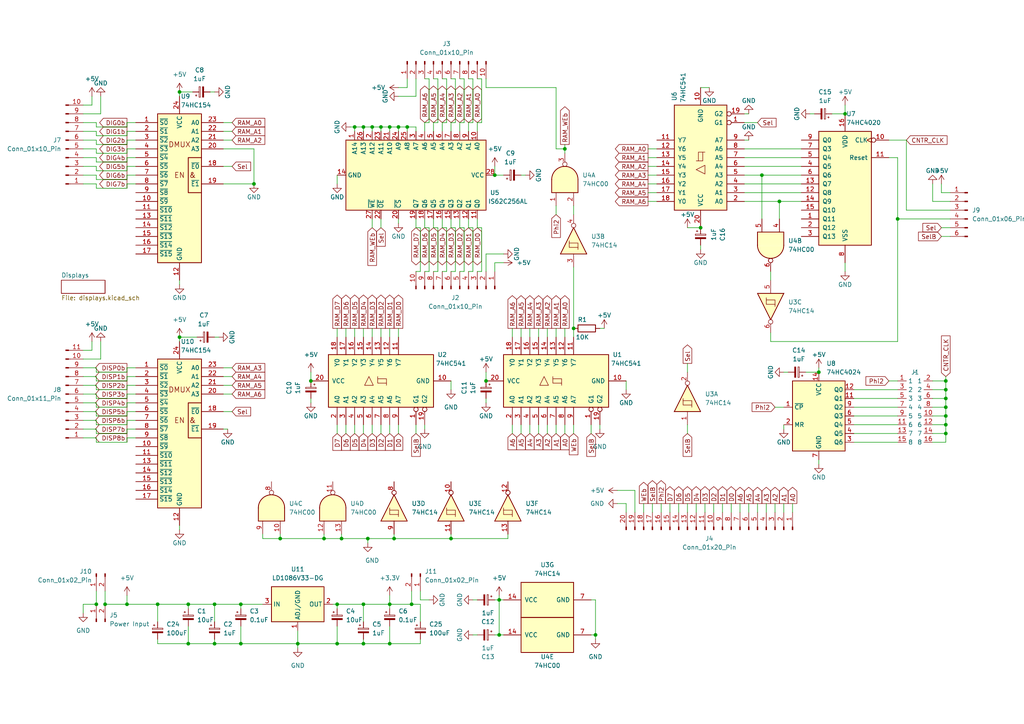
<source format=kicad_sch>
(kicad_sch (version 20231120) (generator "eeschema") (generator_version "8.0")
  (paper "A4")
  (junction (at 54.61 175.26))
  (junction (at 105.41 175.26))
  (junction (at 220.98 50.8))
  (junction (at 140.97 110.49))
  (junction (at 105.41 36.83))
  (junction (at 274.32 118.11))
  (junction (at 69.85 186.69))
  (junction (at 203.2 66.04))
  (junction (at 27.94 175.26))
  (junction (at 114.3 156.21))
  (junction (at 172.72 184.15))
  (junction (at 274.32 110.49))
  (junction (at 113.03 36.83))
  (junction (at 237.49 107.95))
  (junction (at 166.37 95.25))
  (junction (at 45.72 175.26))
  (junction (at 113.03 186.69))
  (junction (at 130.81 156.21))
  (junction (at 274.32 123.19))
  (junction (at 118.11 36.83))
  (junction (at 90.17 110.49))
  (junction (at 163.83 43.18))
  (junction (at 52.07 26.67))
  (junction (at 274.32 125.73))
  (junction (at 93.98 156.21))
  (junction (at 245.11 33.02))
  (junction (at 274.32 115.57))
  (junction (at 52.07 97.79))
  (junction (at 113.03 175.26))
  (junction (at 86.36 186.69))
  (junction (at 106.68 156.21))
  (junction (at 54.61 186.69))
  (junction (at 81.28 156.21))
  (junction (at 69.85 175.26))
  (junction (at 36.83 175.26))
  (junction (at 144.78 184.15))
  (junction (at 115.57 36.83))
  (junction (at 97.79 186.69))
  (junction (at 143.51 50.8))
  (junction (at 260.35 63.5))
  (junction (at 274.32 113.03))
  (junction (at 73.66 53.34))
  (junction (at 102.87 36.83))
  (junction (at 226.06 58.42))
  (junction (at 110.49 36.83))
  (junction (at 144.78 173.99))
  (junction (at 274.32 120.65))
  (junction (at 105.41 186.69))
  (junction (at 99.06 156.21))
  (junction (at 62.23 175.26))
  (junction (at 97.79 175.26))
  (junction (at 119.38 175.26))
  (junction (at 30.48 175.26))
  (junction (at 107.95 36.83))
  (junction (at 62.23 186.69))
  (wire (pts (xy 24.13 101.6) (xy 26.67 101.6)))
  (wire (pts (xy 134.62 66.04) (xy 134.62 78.74)))
  (wire (pts (xy 134.62 22.86) (xy 134.62 35.56)))
  (wire (pts (xy 144.78 184.15) (xy 146.05 184.15)))
  (wire (pts (xy 166.37 95.25) (xy 166.37 97.79)))
  (wire (pts (xy 132.08 35.56) (xy 130.81 35.56)))
  (wire (pts (xy 69.85 186.69) (xy 86.36 186.69)))
  (wire (pts (xy 67.31 119.38) (xy 64.77 119.38)))
  (wire (pts (xy 134.62 78.74) (xy 133.35 78.74)))
  (wire (pts (xy 76.2 156.21) (xy 81.28 156.21)))
  (wire (pts (xy 144.78 173.99) (xy 144.78 184.15)))
  (wire (pts (xy 223.52 96.52) (xy 223.52 99.06)))
  (wire (pts (xy 123.19 35.56) (xy 123.19 38.1)))
  (wire (pts (xy 270.51 113.03) (xy 274.32 113.03)))
  (wire (pts (xy 139.7 22.86) (xy 139.7 35.56)))
  (wire (pts (xy 134.62 35.56) (xy 133.35 35.56)))
  (wire (pts (xy 172.72 185.42) (xy 172.72 184.15)))
  (wire (pts (xy 191.77 146.05) (xy 191.77 148.59)))
  (wire (pts (xy 113.03 95.25) (xy 113.03 97.79)))
  (wire (pts (xy 114.3 156.21) (xy 106.68 156.21)))
  (wire (pts (xy 26.67 99.06) (xy 26.67 101.6)))
  (wire (pts (xy 113.03 172.72) (xy 113.03 175.26)))
  (wire (pts (xy 105.41 125.73) (xy 105.41 123.19)))
  (wire (pts (xy 144.78 172.72) (xy 144.78 173.99)))
  (wire (pts (xy 171.45 184.15) (xy 172.72 184.15)))
  (wire (pts (xy 54.61 186.69) (xy 62.23 186.69)))
  (wire (pts (xy 36.83 127) (xy 39.37 127)))
  (wire (pts (xy 64.77 43.18) (xy 73.66 43.18)))
  (wire (pts (xy 27.94 106.68) (xy 27.94 107.95)))
  (wire (pts (xy 139.7 35.56) (xy 138.43 35.56)))
  (wire (pts (xy 27.94 116.84) (xy 27.94 118.11)))
  (wire (pts (xy 260.35 63.5) (xy 275.59 63.5)))
  (wire (pts (xy 161.29 95.25) (xy 161.29 97.79)))
  (wire (pts (xy 143.51 48.26) (xy 143.51 50.8)))
  (wire (pts (xy 27.94 110.49) (xy 36.83 110.49)))
  (wire (pts (xy 26.67 27.94) (xy 26.67 30.48)))
  (wire (pts (xy 128.27 22.86) (xy 129.54 22.86)))
  (wire (pts (xy 24.13 121.92) (xy 27.94 121.92)))
  (wire (pts (xy 107.95 66.04) (xy 107.95 63.5)))
  (wire (pts (xy 181.61 148.59) (xy 181.61 146.05)))
  (wire (pts (xy 36.83 52.07) (xy 36.83 50.8)))
  (wire (pts (xy 27.94 50.8) (xy 27.94 52.07)))
  (wire (pts (xy 97.79 176.53) (xy 97.79 175.26)))
  (wire (pts (xy 187.96 58.42) (xy 190.5 58.42)))
  (wire (pts (xy 105.41 36.83) (xy 105.41 38.1)))
  (wire (pts (xy 29.21 99.06) (xy 29.21 104.14)))
  (wire (pts (xy 24.13 35.56) (xy 27.94 35.56)))
  (wire (pts (xy 270.51 128.27) (xy 274.32 128.27)))
  (wire (pts (xy 199.39 125.73) (xy 199.39 123.19)))
  (wire (pts (xy 123.19 22.86) (xy 124.46 22.86)))
  (wire (pts (xy 24.13 33.02) (xy 29.21 33.02)))
  (wire (pts (xy 99.06 154.94) (xy 99.06 156.21)))
  (wire (pts (xy 133.35 35.56) (xy 133.35 38.1)))
  (wire (pts (xy 133.35 22.86) (xy 134.62 22.86)))
  (wire (pts (xy 54.61 175.26) (xy 62.23 175.26)))
  (wire (pts (xy 217.17 146.05) (xy 217.17 148.59)))
  (wire (pts (xy 227.33 146.05) (xy 227.33 148.59)))
  (wire (pts (xy 36.83 48.26) (xy 39.37 48.26)))
  (wire (pts (xy 247.65 120.65) (xy 260.35 120.65)))
  (wire (pts (xy 27.94 107.95) (xy 36.83 107.95)))
  (wire (pts (xy 115.57 38.1) (xy 115.57 36.83)))
  (wire (pts (xy 123.19 66.04) (xy 123.19 63.5)))
  (wire (pts (xy 215.9 45.72) (xy 232.41 45.72)))
  (wire (pts (xy 115.57 25.4) (xy 118.11 25.4)))
  (wire (pts (xy 163.83 125.73) (xy 163.83 123.19)))
  (wire (pts (xy 114.3 154.94) (xy 114.3 156.21)))
  (wire (pts (xy 172.72 173.99) (xy 172.72 184.15)))
  (wire (pts (xy 146.05 50.8) (xy 143.51 50.8)))
  (wire (pts (xy 220.98 50.8) (xy 232.41 50.8)))
  (wire (pts (xy 67.31 109.22) (xy 64.77 109.22)))
  (wire (pts (xy 69.85 181.61) (xy 69.85 186.69)))
  (wire (pts (xy 45.72 175.26) (xy 54.61 175.26)))
  (wire (pts (xy 107.95 36.83) (xy 110.49 36.83)))
  (wire (pts (xy 81.28 156.21) (xy 93.98 156.21)))
  (wire (pts (xy 97.79 95.25) (xy 97.79 97.79)))
  (wire (pts (xy 137.16 35.56) (xy 135.89 35.56)))
  (wire (pts (xy 24.13 124.46) (xy 27.94 124.46)))
  (wire (pts (xy 27.94 38.1) (xy 27.94 39.37)))
  (wire (pts (xy 86.36 186.69) (xy 97.79 186.69)))
  (wire (pts (xy 219.71 146.05) (xy 219.71 148.59)))
  (wire (pts (xy 257.81 110.49) (xy 260.35 110.49)))
  (wire (pts (xy 110.49 38.1) (xy 110.49 36.83)))
  (wire (pts (xy 132.08 66.04) (xy 132.08 78.74)))
  (wire (pts (xy 121.92 173.99) (xy 124.46 173.99)))
  (wire (pts (xy 209.55 146.05) (xy 209.55 148.59)))
  (wire (pts (xy 27.94 118.11) (xy 36.83 118.11)))
  (wire (pts (xy 247.65 125.73) (xy 260.35 125.73)))
  (wire (pts (xy 45.72 175.26) (xy 45.72 180.34)))
  (wire (pts (xy 27.94 36.83) (xy 36.83 36.83)))
  (wire (pts (xy 120.65 125.73) (xy 120.65 123.19)))
  (wire (pts (xy 119.38 171.45) (xy 119.38 175.26)))
  (wire (pts (xy 123.19 124.46) (xy 123.19 123.19)))
  (wire (pts (xy 107.95 125.73) (xy 107.95 123.19)))
  (wire (pts (xy 101.6 36.83) (xy 102.87 36.83)))
  (wire (pts (xy 36.83 107.95) (xy 36.83 106.68)))
  (wire (pts (xy 27.94 120.65) (xy 36.83 120.65)))
  (wire (pts (xy 67.31 114.3) (xy 64.77 114.3)))
  (wire (pts (xy 86.36 186.69) (xy 86.36 187.96)))
  (wire (pts (xy 140.97 107.95) (xy 140.97 110.49)))
  (wire (pts (xy 125.73 66.04) (xy 125.73 63.5)))
  (wire (pts (xy 135.89 66.04) (xy 135.89 63.5)))
  (wire (pts (xy 127 22.86) (xy 127 35.56)))
  (wire (pts (xy 27.94 111.76) (xy 27.94 113.03)))
  (wire (pts (xy 143.51 78.74) (xy 143.51 76.2)))
  (wire (pts (xy 270.51 110.49) (xy 274.32 110.49)))
  (wire (pts (xy 30.48 171.45) (xy 30.48 175.26)))
  (wire (pts (xy 274.32 113.03) (xy 274.32 110.49)))
  (wire (pts (xy 105.41 95.25) (xy 105.41 97.79)))
  (wire (pts (xy 187.96 45.72) (xy 190.5 45.72)))
  (wire (pts (xy 69.85 186.69) (xy 62.23 186.69)))
  (wire (pts (xy 27.94 49.53) (xy 36.83 49.53)))
  (wire (pts (xy 45.72 185.42) (xy 45.72 186.69)))
  (wire (pts (xy 36.83 38.1) (xy 39.37 38.1)))
  (wire (pts (xy 133.35 66.04) (xy 133.35 63.5)))
  (wire (pts (xy 215.9 43.18) (xy 232.41 43.18)))
  (wire (pts (xy 73.66 43.18) (xy 73.66 53.34)))
  (wire (pts (xy 24.13 38.1) (xy 27.94 38.1)))
  (wire (pts (xy 27.94 119.38) (xy 27.94 120.65)))
  (wire (pts (xy 129.54 66.04) (xy 129.54 78.74)))
  (wire (pts (xy 121.92 180.34) (xy 121.92 175.26)))
  (wire (pts (xy 270.51 115.57) (xy 274.32 115.57)))
  (wire (pts (xy 181.61 110.49) (xy 181.61 113.03)))
  (wire (pts (xy 128.27 66.04) (xy 128.27 63.5)))
  (wire (pts (xy 27.94 128.27) (xy 36.83 128.27)))
  (wire (pts (xy 69.85 175.26) (xy 69.85 176.53)))
  (wire (pts (xy 158.75 125.73) (xy 158.75 123.19)))
  (wire (pts (xy 62.23 26.67) (xy 60.96 26.67)))
  (wire (pts (xy 224.79 118.11) (xy 227.33 118.11)))
  (wire (pts (xy 130.81 110.49) (xy 130.81 113.03)))
  (wire (pts (xy 115.57 125.73) (xy 115.57 123.19)))
  (wire (pts (xy 138.43 22.86) (xy 139.7 22.86)))
  (wire (pts (xy 217.17 40.64) (xy 215.9 40.64)))
  (wire (pts (xy 67.31 48.26) (xy 64.77 48.26)))
  (wire (pts (xy 245.11 78.74) (xy 245.11 76.2)))
  (wire (pts (xy 27.94 35.56) (xy 27.94 36.83)))
  (wire (pts (xy 120.65 38.1) (xy 120.65 36.83)))
  (wire (pts (xy 52.07 82.55) (xy 52.07 81.28)))
  (wire (pts (xy 133.35 66.04) (xy 134.62 66.04)))
  (wire (pts (xy 102.87 38.1) (xy 102.87 36.83)))
  (wire (pts (xy 203.2 72.39) (xy 203.2 71.12)))
  (wire (pts (xy 97.79 53.34) (xy 97.79 50.8)))
  (wire (pts (xy 179.07 142.24) (xy 184.15 142.24)))
  (wire (pts (xy 52.07 97.79) (xy 52.07 99.06)))
  (wire (pts (xy 139.7 66.04) (xy 139.7 78.74)))
  (wire (pts (xy 274.32 118.11) (xy 274.32 115.57)))
  (wire (pts (xy 275.59 58.42) (xy 270.51 58.42)))
  (wire (pts (xy 27.94 52.07) (xy 36.83 52.07)))
  (wire (pts (xy 199.39 105.41) (xy 199.39 107.95)))
  (wire (pts (xy 121.92 185.42) (xy 121.92 186.69)))
  (wire (pts (xy 27.94 121.92) (xy 27.94 123.19)))
  (wire (pts (xy 187.96 50.8) (xy 190.5 50.8)))
  (wire (pts (xy 130.81 35.56) (xy 130.81 38.1)))
  (wire (pts (xy 36.83 172.72) (xy 36.83 175.26)))
  (wire (pts (xy 115.57 27.94) (xy 120.65 27.94)))
  (wire (pts (xy 106.68 156.21) (xy 99.06 156.21)))
  (wire (pts (xy 137.16 78.74) (xy 135.89 78.74)))
  (wire (pts (xy 245.11 30.48) (xy 245.11 33.02)))
  (wire (pts (xy 36.83 123.19) (xy 36.83 121.92)))
  (wire (pts (xy 273.05 53.34) (xy 273.05 55.88)))
  (wire (pts (xy 27.94 109.22) (xy 27.94 110.49)))
  (wire (pts (xy 148.59 95.25) (xy 148.59 97.79)))
  (wire (pts (xy 106.68 157.48) (xy 106.68 156.21)))
  (wire (pts (xy 67.31 111.76) (xy 64.77 111.76)))
  (wire (pts (xy 36.83 45.72) (xy 39.37 45.72)))
  (wire (pts (xy 24.13 114.3) (xy 27.94 114.3)))
  (wire (pts (xy 173.99 124.46) (xy 173.99 123.19)))
  (wire (pts (xy 36.83 41.91) (xy 36.83 40.64)))
  (wire (pts (xy 81.28 154.94) (xy 81.28 156.21)))
  (wire (pts (xy 90.17 116.84) (xy 90.17 115.57)))
  (wire (pts (xy 36.83 53.34) (xy 39.37 53.34)))
  (wire (pts (xy 137.16 22.86) (xy 137.16 35.56)))
  (wire (pts (xy 24.13 175.26) (xy 27.94 175.26)))
  (wire (pts (xy 36.83 118.11) (xy 36.83 116.84)))
  (wire (pts (xy 110.49 36.83) (xy 113.03 36.83)))
  (wire (pts (xy 36.83 128.27) (xy 36.83 127)))
  (wire (pts (xy 137.16 66.04) (xy 137.16 78.74)))
  (wire (pts (xy 24.13 53.34) (xy 27.94 53.34)))
  (wire (pts (xy 140.97 116.84) (xy 140.97 115.57)))
  (wire (pts (xy 247.65 123.19) (xy 260.35 123.19)))
  (wire (pts (xy 234.95 33.02) (xy 236.22 33.02)))
  (wire (pts (xy 24.13 45.72) (xy 27.94 45.72)))
  (wire (pts (xy 121.92 186.69) (xy 113.03 186.69)))
  (wire (pts (xy 135.89 66.04) (xy 137.16 66.04)))
  (wire (pts (xy 143.51 173.99) (xy 144.78 173.99)))
  (wire (pts (xy 24.13 48.26) (xy 27.94 48.26)))
  (wire (pts (xy 224.79 146.05) (xy 224.79 148.59)))
  (wire (pts (xy 166.37 123.19) (xy 166.37 125.73)))
  (wire (pts (xy 129.54 35.56) (xy 128.27 35.56)))
  (wire (pts (xy 27.94 43.18) (xy 27.94 44.45)))
  (wire (pts (xy 274.32 128.27) (xy 274.32 125.73)))
  (wire (pts (xy 36.83 120.65) (xy 36.83 119.38)))
  (wire (pts (xy 275.59 55.88) (xy 273.05 55.88)))
  (wire (pts (xy 128.27 35.56) (xy 128.27 38.1)))
  (wire (pts (xy 151.13 95.25) (xy 151.13 97.79)))
  (wire (pts (xy 36.83 121.92) (xy 39.37 121.92)))
  (wire (pts (xy 105.41 175.26) (xy 105.41 180.34)))
  (wire (pts (xy 205.74 25.4) (xy 203.2 25.4)))
  (wire (pts (xy 171.45 173.99) (xy 172.72 173.99)))
  (wire (pts (xy 105.41 36.83) (xy 107.95 36.83)))
  (wire (pts (xy 214.63 146.05) (xy 214.63 148.59)))
  (wire (pts (xy 24.13 119.38) (xy 27.94 119.38)))
  (wire (pts (xy 138.43 35.56) (xy 138.43 38.1)))
  (wire (pts (xy 100.33 95.25) (xy 100.33 97.79)))
  (wire (pts (xy 119.38 175.26) (xy 113.03 175.26)))
  (wire (pts (xy 107.95 95.25) (xy 107.95 97.79)))
  (wire (pts (xy 115.57 36.83) (xy 118.11 36.83)))
  (wire (pts (xy 130.81 154.94) (xy 130.81 156.21)))
  (wire (pts (xy 36.83 44.45) (xy 36.83 43.18)))
  (wire (pts (xy 36.83 116.84) (xy 39.37 116.84)))
  (wire (pts (xy 275.59 60.96) (xy 262.89 60.96)))
  (wire (pts (xy 118.11 38.1) (xy 118.11 36.83)))
  (wire (pts (xy 52.07 97.79) (xy 57.15 97.79)))
  (wire (pts (xy 54.61 181.61) (xy 54.61 186.69)))
  (wire (pts (xy 137.16 173.99) (xy 138.43 173.99)))
  (wire (pts (xy 27.94 41.91) (xy 36.83 41.91)))
  (wire (pts (xy 36.83 40.64) (xy 39.37 40.64)))
  (wire (pts (xy 97.79 181.61) (xy 97.79 186.69)))
  (wire (pts (xy 156.21 95.25) (xy 156.21 97.79)))
  (wire (pts (xy 102.87 95.25) (xy 102.87 97.79)))
  (wire (pts (xy 274.32 123.19) (xy 274.32 120.65)))
  (wire (pts (xy 52.07 26.67) (xy 55.88 26.67)))
  (wire (pts (xy 102.87 125.73) (xy 102.87 123.19)))
  (wire (pts (xy 121.92 66.04) (xy 120.65 66.04)))
  (wire (pts (xy 110.49 95.25) (xy 110.49 97.79)))
  (wire (pts (xy 273.05 68.58) (xy 275.59 68.58)))
  (wire (pts (xy 105.41 175.26) (xy 113.03 175.26)))
  (wire (pts (xy 187.96 48.26) (xy 190.5 48.26)))
  (wire (pts (xy 36.83 115.57) (xy 36.83 114.3)))
  (wire (pts (xy 36.83 113.03) (xy 36.83 111.76)))
  (wire (pts (xy 247.65 115.57) (xy 260.35 115.57)))
  (wire (pts (xy 186.69 146.05) (xy 186.69 148.59)))
  (wire (pts (xy 124.46 35.56) (xy 123.19 35.56)))
  (wire (pts (xy 143.51 184.15) (xy 144.78 184.15)))
  (wire (pts (xy 147.32 154.94) (xy 147.32 156.21)))
  (wire (pts (xy 36.83 46.99) (xy 36.83 45.72)))
  (wire (pts (xy 222.25 146.05) (xy 222.25 148.59)))
  (wire (pts (xy 105.41 185.42) (xy 105.41 186.69)))
  (wire (pts (xy 27.94 53.34) (xy 27.94 54.61)))
  (wire (pts (xy 121.92 78.74) (xy 121.92 66.04)))
  (wire (pts (xy 93.98 154.94) (xy 93.98 156.21)))
  (wire (pts (xy 124.46 22.86) (xy 124.46 35.56)))
  (wire (pts (xy 132.08 78.74) (xy 130.81 78.74)))
  (wire (pts (xy 64.77 53.34) (xy 73.66 53.34)))
  (wire (pts (xy 27.94 114.3) (xy 27.94 115.57)))
  (wire (pts (xy 215.9 53.34) (xy 232.41 53.34)))
  (wire (pts (xy 199.39 146.05) (xy 199.39 148.59)))
  (wire (pts (xy 163.83 43.18) (xy 163.83 44.45)))
  (wire (pts (xy 27.94 44.45) (xy 36.83 44.45)))
  (wire (pts (xy 140.97 22.86) (xy 140.97 25.4)))
  (wire (pts (xy 36.83 50.8) (xy 39.37 50.8)))
  (wire (pts (xy 201.93 146.05) (xy 201.93 148.59)))
  (wire (pts (xy 113.03 186.69) (xy 105.41 186.69)))
  (wire (pts (xy 97.79 125.73) (xy 97.79 123.19)))
  (wire (pts (xy 121.92 175.26) (xy 119.38 175.26)))
  (wire (pts (xy 36.83 106.68) (xy 39.37 106.68)))
  (wire (pts (xy 187.96 55.88) (xy 190.5 55.88)))
  (wire (pts (xy 27.94 125.73) (xy 36.83 125.73)))
  (wire (pts (xy 127 66.04) (xy 127 78.74)))
  (wire (pts (xy 24.13 127) (xy 27.94 127)))
  (wire (pts (xy 138.43 66.04) (xy 138.43 63.5)))
  (wire (pts (xy 262.89 40.64) (xy 262.89 60.96)))
  (wire (pts (xy 27.94 113.03) (xy 36.83 113.03)))
  (wire (pts (xy 270.51 125.73) (xy 274.32 125.73)))
  (wire (pts (xy 199.39 66.04) (xy 203.2 66.04)))
  (wire (pts (xy 127 78.74) (xy 125.73 78.74)))
  (wire (pts (xy 274.32 125.73) (xy 274.32 123.19)))
  (wire (pts (xy 99.06 156.21) (xy 93.98 156.21)))
  (wire (pts (xy 36.83 175.26) (xy 45.72 175.26)))
  (wire (pts (xy 204.47 146.05) (xy 204.47 148.59)))
  (wire (pts (xy 158.75 95.25) (xy 158.75 97.79)))
  (wire (pts (xy 118.11 36.83) (xy 120.65 36.83)))
  (wire (pts (xy 36.83 125.73) (xy 36.83 124.46)))
  (wire (pts (xy 24.13 50.8) (xy 27.94 50.8)))
  (wire (pts (xy 247.65 118.11) (xy 260.35 118.11)))
  (wire (pts (xy 36.83 124.46) (xy 39.37 124.46)))
  (wire (pts (xy 63.5 97.79) (xy 62.23 97.79)))
  (wire (pts (xy 189.23 146.05) (xy 189.23 148.59)))
  (wire (pts (xy 27.94 123.19) (xy 36.83 123.19)))
  (wire (pts (xy 113.03 176.53) (xy 113.03 175.26)))
  (wire (pts (xy 102.87 36.83) (xy 105.41 36.83)))
  (wire (pts (xy 36.83 36.83) (xy 36.83 35.56)))
  (wire (pts (xy 140.97 25.4) (xy 161.29 25.4)))
  (wire (pts (xy 274.32 115.57) (xy 274.32 113.03)))
  (wire (pts (xy 161.29 125.73) (xy 161.29 123.19)))
  (wire (pts (xy 135.89 35.56) (xy 135.89 38.1)))
  (wire (pts (xy 24.13 116.84) (xy 27.94 116.84)))
  (wire (pts (xy 86.36 182.88) (xy 86.36 186.69)))
  (wire (pts (xy 270.51 118.11) (xy 274.32 118.11)))
  (wire (pts (xy 130.81 22.86) (xy 132.08 22.86)))
  (wire (pts (xy 171.45 125.73) (xy 171.45 123.19)))
  (wire (pts (xy 215.9 58.42) (xy 226.06 58.42)))
  (wire (pts (xy 152.4 50.8) (xy 151.13 50.8)))
  (wire (pts (xy 187.96 53.34) (xy 190.5 53.34)))
  (wire (pts (xy 36.83 43.18) (xy 39.37 43.18)))
  (wire (pts (xy 54.61 175.26) (xy 54.61 176.53)))
  (wire (pts (xy 215.9 50.8) (xy 220.98 50.8)))
  (wire (pts (xy 110.49 66.04) (xy 110.49 63.5)))
  (wire (pts (xy 27.94 171.45) (xy 27.94 175.26)))
  (wire (pts (xy 130.81 66.04) (xy 132.08 66.04)))
  (wire (pts (xy 226.06 58.42) (xy 226.06 63.5)))
  (wire (pts (xy 140.97 78.74) (xy 140.97 73.66)))
  (wire (pts (xy 161.29 62.23) (xy 161.29 59.69)))
  (wire (pts (xy 115.57 64.77) (xy 115.57 63.5)))
  (wire (pts (xy 147.32 156.21) (xy 130.81 156.21)))
  (wire (pts (xy 125.73 35.56) (xy 125.73 38.1)))
  (wire (pts (xy 260.35 45.72) (xy 257.81 45.72)))
  (wire (pts (xy 27.94 39.37) (xy 36.83 39.37)))
  (wire (pts (xy 29.21 27.94) (xy 29.21 33.02)))
  (wire (pts (xy 36.83 54.61) (xy 36.83 53.34)))
  (wire (pts (xy 227.33 124.46) (xy 227.33 123.19)))
  (wire (pts (xy 110.49 125.73) (xy 110.49 123.19)))
  (wire (pts (xy 137.16 184.15) (xy 138.43 184.15)))
  (wire (pts (xy 219.71 35.56) (xy 215.9 35.56)))
  (wire (pts (xy 132.08 22.86) (xy 132.08 35.56)))
  (wire (pts (xy 179.07 146.05) (xy 181.61 146.05)))
  (wire (pts (xy 67.31 35.56) (xy 64.77 35.56)))
  (wire (pts (xy 64.77 124.46) (xy 66.04 124.46)))
  (wire (pts (xy 24.13 109.22) (xy 27.94 109.22)))
  (wire (pts (xy 148.59 125.73) (xy 148.59 123.19)))
  (wire (pts (xy 24.13 30.48) (xy 26.67 30.48)))
  (wire (pts (xy 274.32 110.49) (xy 274.32 109.22)))
  (wire (pts (xy 227.33 107.95) (xy 228.6 107.95)))
  (wire (pts (xy 146.05 173.99) (xy 144.78 173.99)))
  (wire (pts (xy 124.46 66.04) (xy 124.46 78.74)))
  (wire (pts (xy 151.13 125.73) (xy 151.13 123.19)))
  (wire (pts (xy 223.52 99.06) (xy 260.35 99.06)))
  (wire (pts (xy 130.81 66.04) (xy 130.81 63.5)))
  (wire (pts (xy 163.83 95.25) (xy 163.83 97.79)))
  (wire (pts (xy 27.94 48.26) (xy 27.94 49.53)))
  (wire (pts (xy 105.41 186.69) (xy 97.79 186.69)))
  (wire (pts (xy 184.15 148.59) (xy 184.15 142.24)))
  (wire (pts (xy 139.7 78.74) (xy 138.43 78.74)))
  (wire (pts (xy 163.83 41.91) (xy 163.83 43.18)))
  (wire (pts (xy 270.51 120.65) (xy 274.32 120.65)))
  (wire (pts (xy 207.01 146.05) (xy 207.01 148.59)))
  (wire (pts (xy 113.03 181.61) (xy 113.03 186.69)))
  (wire (pts (xy 36.83 119.38) (xy 39.37 119.38)))
  (wire (pts (xy 36.83 175.26) (xy 30.48 175.26)))
  (wire (pts (xy 113.03 38.1) (xy 113.03 36.83)))
  (wire (pts (xy 273.05 66.04) (xy 275.59 66.04)))
  (wire (pts (xy 237.49 106.68) (xy 237.49 107.95)))
  (wire (pts (xy 229.87 146.05) (xy 229.87 148.59)))
  (wire (pts (xy 247.65 113.03) (xy 260.35 113.03)))
  (wire (pts (xy 24.13 43.18) (xy 27.94 43.18)))
  (wire (pts (xy 161.29 43.18) (xy 163.83 43.18)))
  (wire (pts (xy 96.52 175.26) (xy 97.79 175.26)))
  (wire (pts (xy 233.68 107.95) (xy 237.49 107.95)))
  (wire (pts (xy 27.94 54.61) (xy 36.83 54.61)))
  (wire (pts (xy 24.13 106.68) (xy 27.94 106.68)))
  (wire (pts (xy 153.67 95.25) (xy 153.67 97.79)))
  (wire (pts (xy 36.83 111.76) (xy 39.37 111.76)))
  (wire (pts (xy 121.92 171.45) (xy 121.92 173.99)))
  (wire (pts (xy 129.54 78.74) (xy 128.27 78.74)))
  (wire (pts (xy 212.09 146.05) (xy 212.09 148.59)))
  (wire (pts (xy 62.23 175.26) (xy 62.23 180.34)))
  (wire (pts (xy 223.52 81.28) (xy 223.52 78.74)))
  (wire (pts (xy 135.89 22.86) (xy 137.16 22.86)))
  (wire (pts (xy 107.95 38.1) (xy 107.95 36.83)))
  (wire (pts (xy 241.3 33.02) (xy 245.11 33.02)))
  (wire (pts (xy 24.13 40.64) (xy 27.94 40.64)))
  (wire (pts (xy 270.51 123.19) (xy 274.32 123.19)))
  (wire (pts (xy 120.65 78.74) (xy 121.92 78.74)))
  (wire (pts (xy 161.29 25.4) (xy 161.29 43.18)))
  (wire (pts (xy 270.51 53.34) (xy 270.51 58.42)))
  (wire (pts (xy 36.83 35.56) (xy 39.37 35.56)))
  (wire (pts (xy 153.67 125.73) (xy 153.67 123.19)))
  (wire (pts (xy 220.98 50.8) (xy 220.98 63.5)))
  (wire (pts (xy 123.19 66.04) (xy 124.46 66.04)))
  (wire (pts (xy 194.31 146.05) (xy 194.31 148.59)))
  (wire (pts (xy 113.03 36.83) (xy 115.57 36.83)))
  (wire (pts (xy 143.51 76.2) (xy 146.05 76.2)))
  (wire (pts (xy 24.13 177.8) (xy 24.13 175.26)))
  (wire (pts (xy 247.65 128.27) (xy 260.35 128.27)))
  (wire (pts (xy 156.21 125.73) (xy 156.21 123.19)))
  (wire (pts (xy 67.31 40.64) (xy 64.77 40.64)))
  (wire (pts (xy 217.17 33.02) (xy 215.9 33.02)))
  (wire (pts (xy 24.13 104.14) (xy 29.21 104.14)))
  (wire (pts (xy 118.11 22.86) (xy 118.11 25.4)))
  (wire (pts (xy 124.46 78.74) (xy 123.19 78.74)))
  (wire (pts (xy 67.31 106.68) (xy 64.77 106.68)))
  (wire (pts (xy 128.27 66.04) (xy 129.54 66.04)))
  (wire (pts (xy 215.9 48.26) (xy 232.41 48.26)))
  (wire (pts (xy 45.72 186.69) (xy 54.61 186.69)))
  (wire (pts (xy 27.94 127) (xy 27.94 128.27)))
  (wire (pts (xy 125.73 66.04) (xy 127 66.04)))
  (wire (pts (xy 260.35 99.06) (xy 260.35 63.5)))
  (wire (pts (xy 262.89 40.64) (xy 257.81 40.64)))
  (wire (pts (xy 100.33 125.73) (xy 100.33 123.19)))
  (wire (pts (xy 127 35.56) (xy 125.73 35.56)))
  (wire (pts (xy 115.57 95.25) (xy 115.57 97.79)))
  (wire (pts (xy 36.83 114.3) (xy 39.37 114.3)))
  (wire (pts (xy 113.03 125.73) (xy 113.03 123.19)))
  (wire (pts (xy 69.85 175.26) (xy 76.2 175.26)))
  (wire (pts (xy 130.81 156.21) (xy 114.3 156.21)))
  (wire (pts (xy 52.07 153.67) (xy 52.07 152.4)))
  (wire (pts (xy 62.23 185.42) (xy 62.23 186.69)))
  (wire (pts (xy 140.97 73.66) (xy 146.05 73.66)))
  (wire (pts (xy 187.96 43.18) (xy 190.5 43.18)))
  (wire (pts (xy 27.94 46.99) (xy 36.83 46.99)))
  (wire (pts (xy 166.37 59.69) (xy 166.37 62.23)))
  (wire (pts (xy 215.9 55.88) (xy 232.41 55.88)))
  (wire (pts (xy 120.65 22.86) (xy 120.65 27.94)))
  (wire (pts (xy 36.83 39.37) (xy 36.83 38.1)))
  (wire (pts (xy 125.73 22.86) (xy 127 22.86)))
  (wire (pts (xy 52.07 26.67) (xy 52.07 27.94)))
  (wire (pts (xy 62.23 175.26) (xy 69.85 175.26)))
  (wire (pts (xy 260.35 63.5) (xy 260.35 45.72)))
  (wire (pts (xy 129.54 22.86) (xy 129.54 35.56)))
  (wire (pts (xy 175.26 95.25) (xy 173.99 95.25)))
  (wire (pts (xy 138.43 66.04) (xy 139.7 66.04)))
  (wire (pts (xy 274.32 120.65) (xy 274.32 118.11)))
  (wire (pts (xy 36.83 110.49) (xy 36.83 109.22)))
  (wire (pts (xy 237.49 134.62) (xy 237.49 133.35)))
  (wire (pts (xy 67.31 38.1) (xy 64.77 38.1)))
  (wire (pts (xy 24.13 111.76) (xy 27.94 111.76)))
  (wire (pts (xy 76.2 154.94) (xy 76.2 156.21)))
  (wire (pts (xy 97.79 175.26) (xy 105.41 175.26)))
  (wire (pts (xy 27.94 45.72) (xy 27.94 46.99)))
  (wire (pts (xy 36.83 49.53) (xy 36.83 48.26)))
  (wire (pts (xy 166.37 77.47) (xy 166.37 95.25)))
  (wire (pts (xy 90.17 107.95) (xy 90.17 110.49)))
  (wire (pts (xy 27.94 124.46) (xy 27.94 125.73)))
  (wire (pts (xy 27.94 115.57) (xy 36.83 115.57)))
  (wire (pts (xy 226.06 58.42) (xy 232.41 58.42)))
  (wire (pts (xy 27.94 40.64) (xy 27.94 41.91)))
  (wire (pts (xy 120.65 66.04) (xy 120.65 63.5)))
  (wire (pts (xy 36.83 109.22) (xy 39.37 109.22)))
  (wire (pts (xy 196.85 146.05) (xy 196.85 148.59)))
  (global_label "RAM_WEb" (shape output) (at 163.83 41.91 90) (property "Intersheetrefs" "${INTERSHEET_REFS}" (effects (hide yes))))
  (global_label "Phi2" (shape input) (at 161.29 62.23 270) (property "Intersheetrefs" "${INTERSHEET_REFS}" (effects (hide yes))))
  (global_label "RAM_A3" (shape output) (at 187.96 50.8 180) (property "Intersheetrefs" "${INTERSHEET_REFS}" (effects (hide yes))))
  (global_label "SelB" (shape input) (at 273.05 68.58 180) (property "Intersheetrefs" "${INTERSHEET_REFS}" (effects (hide yes))))
  (global_label "RAM_A1" (shape input) (at 67.31 38.1 0) (property "Intersheetrefs" "${INTERSHEET_REFS}" (effects (hide yes))))
  (global_label "Sel" (shape input) (at 273.05 66.04 180) (property "Intersheetrefs" "${INTERSHEET_REFS}" (effects (hide yes))))
  (global_label "RAM_D1" (shape output) (at 113.03 95.25 90) (property "Intersheetrefs" "${INTERSHEET_REFS}" (effects (hide yes))))
  (global_label "RAM_A4" (shape output) (at 187.96 53.34 180) (property "Intersheetrefs" "${INTERSHEET_REFS}" (effects (hide yes))))
  (global_label "Sel" (shape input) (at 219.71 35.56 0) (property "Intersheetrefs" "${INTERSHEET_REFS}" (effects (hide yes))))
  (global_label "D1" (shape input) (at 113.03 125.73 270) (property "Intersheetrefs" "${INTERSHEET_REFS}" (effects (hide yes))))
  (global_label "RAM_D4" (shape output) (at 105.41 95.25 90) (property "Intersheetrefs" "${INTERSHEET_REFS}" (effects (hide yes))))
  (global_label "D4" (shape output) (at 201.93 146.05 90) (property "Intersheetrefs" "${INTERSHEET_REFS}" (effects (hide yes))))
  (global_label "RAM_D3" (shape bidirectional) (at 130.81 66.04 270) (property "Intersheetrefs" "${INTERSHEET_REFS}" (effects (hide yes))))
  (global_label "A1" (shape input) (at 161.29 125.73 270) (property "Intersheetrefs" "${INTERSHEET_REFS}" (effects (hide yes))))
  (global_label "A5" (shape input) (at 151.13 125.73 270) (property "Intersheetrefs" "${INTERSHEET_REFS}" (effects (hide yes))))
  (global_label "RAM_A2" (shape output) (at 187.96 48.26 180) (property "Intersheetrefs" "${INTERSHEET_REFS}" (effects (hide yes))))
  (global_label "RAM_D0" (shape bidirectional) (at 138.43 66.04 270) (property "Intersheetrefs" "${INTERSHEET_REFS}" (effects (hide yes))))
  (global_label "D7" (shape output) (at 194.31 146.05 90) (property "Intersheetrefs" "${INTERSHEET_REFS}" (effects (hide yes))))
  (global_label "RAM_A1" (shape output) (at 161.29 95.25 90) (property "Intersheetrefs" "${INTERSHEET_REFS}" (effects (hide yes))))
  (global_label "DISP7b" (shape output) (at 36.83 124.46 180) (property "Intersheetrefs" "${INTERSHEET_REFS}" (effects (hide yes))))
  (global_label "A2" (shape input) (at 158.75 125.73 270) (property "Intersheetrefs" "${INTERSHEET_REFS}" (effects (hide yes))))
  (global_label "DISP1b" (shape output) (at 36.83 109.22 180) (property "Intersheetrefs" "${INTERSHEET_REFS}" (effects (hide yes))))
  (global_label "RAM_D5" (shape output) (at 102.87 95.25 90) (property "Intersheetrefs" "${INTERSHEET_REFS}" (effects (hide yes))))
  (global_label "RAM_A2" (shape bidirectional) (at 133.35 35.56 90) (property "Intersheetrefs" "${INTERSHEET_REFS}" (effects (hide yes))))
  (global_label "RAM_A6" (shape input) (at 67.31 114.3 0) (property "Intersheetrefs" "${INTERSHEET_REFS}" (effects (hide yes))))
  (global_label "D2" (shape output) (at 207.01 146.05 90) (property "Intersheetrefs" "${INTERSHEET_REFS}" (effects (hide yes))))
  (global_label "RAM_D4" (shape bidirectional) (at 128.27 66.04 270) (property "Intersheetrefs" "${INTERSHEET_REFS}" (effects (hide yes))))
  (global_label "Sel" (shape output) (at 199.39 105.41 90) (property "Intersheetrefs" "${INTERSHEET_REFS}" (effects (hide yes))))
  (global_label "RAM_A6" (shape bidirectional) (at 123.19 35.56 90) (property "Intersheetrefs" "${INTERSHEET_REFS}" (effects (hide yes))))
  (global_label "RAM_A0" (shape input) (at 67.31 35.56 0) (property "Intersheetrefs" "${INTERSHEET_REFS}" (effects (hide yes))))
  (global_label "Sel" (shape input) (at 67.31 48.26 0) (property "Intersheetrefs" "${INTERSHEET_REFS}" (effects (hide yes))))
  (global_label "D1" (shape output) (at 209.55 146.05 90) (property "Intersheetrefs" "${INTERSHEET_REFS}" (effects (hide yes))))
  (global_label "RAM_A0" (shape output) (at 187.96 43.18 180) (property "Intersheetrefs" "${INTERSHEET_REFS}" (effects (hide yes))))
  (global_label "D5" (shape input) (at 102.87 125.73 270) (property "Intersheetrefs" "${INTERSHEET_REFS}" (effects (hide yes))))
  (global_label "DISP0b" (shape output) (at 36.83 106.68 180) (property "Intersheetrefs" "${INTERSHEET_REFS}" (effects (hide yes))))
  (global_label "A1" (shape output) (at 227.33 146.05 90) (property "Intersheetrefs" "${INTERSHEET_REFS}" (effects (hide yes))))
  (global_label "RAM_A3" (shape bidirectional) (at 130.81 35.56 90) (property "Intersheetrefs" "${INTERSHEET_REFS}" (effects (hide yes))))
  (global_label "Sel" (shape input) (at 110.49 66.04 270) (property "Intersheetrefs" "${INTERSHEET_REFS}" (effects (hide yes))))
  (global_label "RAM_A0" (shape bidirectional) (at 138.43 35.56 90) (property "Intersheetrefs" "${INTERSHEET_REFS}" (effects (hide yes))))
  (global_label "RAM_A3" (shape output) (at 156.21 95.25 90) (property "Intersheetrefs" "${INTERSHEET_REFS}" (effects (hide yes))))
  (global_label "DIG1b" (shape output) (at 36.83 38.1 180) (property "Intersheetrefs" "${INTERSHEET_REFS}" (effects (hide yes))))
  (global_label "DIG7b" (shape output) (at 36.83 53.34 180) (property "Intersheetrefs" "${INTERSHEET_REFS}" (effects (hide yes))))
  (global_label "A6" (shape input) (at 148.59 125.73 270) (property "Intersheetrefs" "${INTERSHEET_REFS}" (effects (hide yes))))
  (global_label "RAM_A1" (shape output) (at 187.96 45.72 180) (property "Intersheetrefs" "${INTERSHEET_REFS}" (effects (hide yes))))
  (global_label "RAM_A4" (shape output) (at 153.67 95.25 90) (property "Intersheetrefs" "${INTERSHEET_REFS}" (effects (hide yes))))
  (global_label "RAM_A3" (shape input) (at 67.31 106.68 0) (property "Intersheetrefs" "${INTERSHEET_REFS}" (effects (hide yes))))
  (global_label "RAM_D2" (shape bidirectional) (at 133.35 66.04 270) (property "Intersheetrefs" "${INTERSHEET_REFS}" (effects (hide yes))))
  (global_label "Phi2" (shape output) (at 191.77 146.05 90) (property "Intersheetrefs" "${INTERSHEET_REFS}" (effects (hide yes))))
  (global_label "A0" (shape input) (at 163.83 125.73 270) (property "Intersheetrefs" "${INTERSHEET_REFS}" (effects (hide yes))))
  (global_label "A4" (shape output) (at 219.71 146.05 90) (property "Intersheetrefs" "${INTERSHEET_REFS}" (effects (hide yes))))
  (global_label "RAM_A5" (shape bidirectional) (at 125.73 35.56 90) (property "Intersheetrefs" "${INTERSHEET_REFS}" (effects (hide yes))))
  (global_label "SelB" (shape input) (at 199.39 125.73 270) (property "Intersheetrefs" "${INTERSHEET_REFS}" (effects (hide yes))))
  (global_label "DIG3b" (shape output) (at 36.83 43.18 180) (property "Intersheetrefs" "${INTERSHEET_REFS}" (effects (hide yes))))
  (global_label "RAM_A4" (shape bidirectional) (at 128.27 35.56 90) (property "Intersheetrefs" "${INTERSHEET_REFS}" (effects (hide yes))))
  (global_label "RAM_A6" (shape output) (at 148.59 95.25 90) (property "Intersheetrefs" "${INTERSHEET_REFS}" (effects (hide yes))))
  (global_label "RAM_A2" (shape output) (at 158.75 95.25 90) (property "Intersheetrefs" "${INTERSHEET_REFS}" (effects (hide yes))))
  (global_label "D4" (shape input) (at 105.41 125.73 270) (property "Intersheetrefs" "${INTERSHEET_REFS}" (effects (hide yes))))
  (global_label "SelB" (shape input) (at 120.65 125.73 270) (property "Intersheetrefs" "${INTERSHEET_REFS}" (effects (hide yes))))
  (global_label "DIG5b" (shape output) (at 36.83 48.26 180) (property "Intersheetrefs" "${INTERSHEET_REFS}" (effects (hide yes))))
  (global_label "D5" (shape output) (at 199.39 146.05 90) (property "Intersheetrefs" "${INTERSHEET_REFS}" (effects (hide yes))))
  (global_label "RAM_D7" (shape output) (at 97.79 95.25 90) (property "Intersheetrefs" "${INTERSHEET_REFS}" (effects (hide yes))))
  (global_label "RAM_D1" (shape bidirectional) (at 135.89 66.04 270) (property "Intersheetrefs" "${INTERSHEET_REFS}" (effects (hide yes))))
  (global_label "A3" (shape output) (at 222.25 146.05 90) (property "Intersheetrefs" "${INTERSHEET_REFS}" (effects (hide yes))))
  (global_label "RAM_D2" (shape output) (at 110.49 95.25 90) (property "Intersheetrefs" "${INTERSHEET_REFS}" (effects (hide yes))))
  (global_label "D7" (shape input) (at 97.79 125.73 270) (property "Intersheetrefs" "${INTERSHEET_REFS}" (effects (hide yes))))
  (global_label "RAM_A1" (shape bidirectional) (at 135.89 35.56 90) (property "Intersheetrefs" "${INTERSHEET_REFS}" (effects (hide yes))))
  (global_label "DISP3b" (shape output) (at 36.83 114.3 180) (property "Intersheetrefs" "${INTERSHEET_REFS}" (effects (hide yes))))
  (global_label "A0" (shape output) (at 229.87 146.05 90) (property "Intersheetrefs" "${INTERSHEET_REFS}" (effects (hide yes))))
  (global_label "DISP6b" (shape output) (at 36.83 121.92 180) (property "Intersheetrefs" "${INTERSHEET_REFS}" (effects (hide yes))))
  (global_label "RAM_A0" (shape output) (at 163.83 95.25 90) (property "Intersheetrefs" "${INTERSHEET_REFS}" (effects (hide yes))))
  (global_label "D3" (shape input) (at 107.95 125.73 270) (property "Intersheetrefs" "${INTERSHEET_REFS}" (effects (hide yes))))
  (global_label "RAM_D6" (shape output) (at 100.33 95.25 90) (property "Intersheetrefs" "${INTERSHEET_REFS}" (effects (hide yes))))
  (global_label "RAM_A5" (shape output) (at 187.96 55.88 180) (property "Intersheetrefs" "${INTERSHEET_REFS}" (effects (hide yes))))
  (global_label "RAM_A6" (shape output) (at 187.96 58.42 180) (property "Intersheetrefs" "${INTERSHEET_REFS}" (effects (hide yes))))
  (global_label "RAM_D5" (shape bidirectional) (at 125.73 66.04 270) (property "Intersheetrefs" "${INTERSHEET_REFS}" (effects (hide yes))))
  (global_label "DISP4b" (shape output) (at 36.83 116.84 180) (property "Intersheetrefs" "${INTERSHEET_REFS}" (effects (hide yes))))
  (global_label "Phi2" (shape input) (at 224.79 118.11 180) (property "Intersheetrefs" "${INTERSHEET_REFS}" (effects (hide yes))))
  (global_label "RAM_A4" (shape input) (at 67.31 109.22 0) (property "Intersheetrefs" "${INTERSHEET_REFS}" (effects (hide yes))))
  (global_label "Phi2" (shape input) (at 257.81 110.49 180) (property "Intersheetrefs" "${INTERSHEET_REFS}" (effects (hide yes))))
  (global_label "Sel" (shape input) (at 67.31 119.38 0) (property "Intersheetrefs" "${INTERSHEET_REFS}" (effects (hide yes))))
  (global_label "SelB" (shape output) (at 189.23 146.05 90) (property "Intersheetrefs" "${INTERSHEET_REFS}" (effects (hide yes))))
  (global_label "D6" (shape output) (at 196.85 146.05 90) (property "Intersheetrefs" "${INTERSHEET_REFS}" (effects (hide yes))))
  (global_label "RAM_A5" (shape input) (at 67.31 111.76 0) (property "Intersheetrefs" "${INTERSHEET_REFS}" (effects (hide yes))))
  (global_label "D0" (shape input) (at 115.57 125.73 270) (property "Intersheetrefs" "${INTERSHEET_REFS}" (effects (hide yes))))
  (global_label "RAM_A2" (shape input) (at 67.31 40.64 0) (property "Intersheetrefs" "${INTERSHEET_REFS}" (effects (hide yes))))
  (global_label "D0" (shape output) (at 212.09 146.05 90) (property "Intersheetrefs" "${INTERSHEET_REFS}" (effects (hide yes))))
  (global_label "A2" (shape output) (at 224.79 146.05 90) (property "Intersheetrefs" "${INTERSHEET_REFS}" (effects (hide yes))))
  (global_label "RAM_D7" (shape bidirectional) (at 120.65 66.04 270) (property "Intersheetrefs" "${INTERSHEET_REFS}" (effects (hide yes))))
  (global_label "RAM_A5" (shape output) (at 151.13 95.25 90) (property "Intersheetrefs" "${INTERSHEET_REFS}" (effects (hide yes))))
  (global_label "DISP2b" (shape output) (at 36.83 111.76 180) (property "Intersheetrefs" "${INTERSHEET_REFS}" (effects (hide yes))))
  (global_label "DIG0b" (shape output) (at 36.83 35.56 180) (property "Intersheetrefs" "${INTERSHEET_REFS}" (effects (hide yes))))
  (global_label "DIG2b" (shape output) (at 36.83 40.64 180) (property "Intersheetrefs" "${INTERSHEET_REFS}" (effects (hide yes))))
  (global_label "WEb" (shape output) (at 186.69 146.05 90) (property "Intersheetrefs" "${INTERSHEET_REFS}" (effects (hide yes))))
  (global_label "D2" (shape input) (at 110.49 125.73 270) (property "Intersheetrefs" "${INTERSHEET_REFS}" (effects (hide yes))))
  (global_label "A5" (shape output) (at 217.17 146.05 90) (property "Intersheetrefs" "${INTERSHEET_REFS}" (effects (hide yes))))
  (global_label "RAM_WEb" (shape input) (at 107.95 66.04 270) (property "Intersheetrefs" "${INTERSHEET_REFS}" (effects (hide yes))))
  (global_label "DIG4b" (shape output) (at 36.83 45.72 180) (property "Intersheetrefs" "${INTERSHEET_REFS}" (effects (hide yes))))
  (global_label "SelB" (shape input) (at 171.45 125.73 270) (property "Intersheetrefs" "${INTERSHEET_REFS}" (effects (hide yes))))
  (global_label "DISP8b" (shape output) (at 36.83 127 180) (property "Intersheetrefs" "${INTERSHEET_REFS}" (effects (hide yes))))
  (global_label "D3" (shape output) (at 204.47 146.05 90) (property "Intersheetrefs" "${INTERSHEET_REFS}" (effects (hide yes))))
  (global_label "A4" (shape input) (at 153.67 125.73 270) (property "Intersheetrefs" "${INTERSHEET_REFS}" (effects (hide yes))))
  (global_label "RAM_D0" (shape output) (at 115.57 95.25 90) (property "Intersheetrefs" "${INTERSHEET_REFS}" (effects (hide yes))))
  (global_label "DIG6b" (shape output) (at 36.83 50.8 180) (property "Intersheetrefs" "${INTERSHEET_REFS}" (effects (hide yes))))
  (global_label "RAM_D3" (shape output) (at 107.95 95.25 90) (property "Intersheetrefs" "${INTERSHEET_REFS}" (effects (hide yes))))
  (global_label "CNTR_CLK" (shape input) (at 274.32 109.22 90) (property "Intersheetrefs" "${INTERSHEET_REFS}" (effects (hide yes))))
  (global_label "A6" (shape output) (at 214.63 146.05 90) (property "Intersheetrefs" "${INTERSHEET_REFS}" (effects (hide yes))))
  (global_label "D6" (shape input) (at 100.33 125.73 270) (property "Intersheetrefs" "${INTERSHEET_REFS}" (effects (hide yes))))
  (global_label "WEb" (shape input) (at 166.37 125.73 270) (property "Intersheetrefs" "${INTERSHEET_REFS}" (effects (hide yes))))
  (global_label "A3" (shape input) (at 156.21 125.73 270) (property "Intersheetrefs" "${INTERSHEET_REFS}" (effects (hide yes))))
  (global_label "CNTR_CLK" (shape input) (at 262.89 40.64 0) (property "Intersheetrefs" "${INTERSHEET_REFS}" (effects (hide yes))))
  (global_label "DISP5b" (shape output) (at 36.83 119.38 180) (property "Intersheetrefs" "${INTERSHEET_REFS}" (effects (hide yes))))
  (global_label "RAM_D6" (shape bidirectional) (at 123.19 66.04 270) (property "Intersheetrefs" "${INTERSHEET_REFS}" (effects (hide yes))))
  (symbol (lib_id "power:GND") (at 24.13 177.8 0) (unit 1)
    (property "Reference" "#PWR033" (effects (hide yes)))
    (property "Value" "GND" (at 24.13 182.88 0))
  )
  (symbol (lib_id "Device:C_Polarized_Small") (at 62.23 182.88 0) (unit 1)
    (property "Reference" "C2" (at 64.77 181.0639 0) (effects (justify left)))
    (property "Value" "1uF" (at 64.77 183.6039 0) (effects (justify left)))
    (property "Footprint" "Capacitor_SMD:C_1206_3216Metric" (effects (hide yes)))
  )
  (symbol (lib_id "power:GND") (at 181.61 113.03 0) (unit 1)
    (property "Reference" "#PWR03" (effects (hide yes)))
    (property "Value" "GND" (at 181.61 116.84 0))
  )
  (symbol (lib_id "power:GND") (at 237.49 134.62 0) (unit 1)
    (property "Reference" "#PWR018" (effects (hide yes)))
    (property "Value" "GND" (at 237.49 138.43 0))
  )
  (symbol (lib_id "power:+5V") (at 140.97 107.95 0) (unit 1)
    (property "Reference" "#PWR04" (effects (hide yes)))
    (property "Value" "+5V" (at 140.97 104.14 0))
  )
  (symbol (lib_id "power:+5V") (at 52.07 26.67 0) (unit 1)
    (property "Reference" "#PWR022" (effects (hide yes)))
    (property "Value" "+5V" (at 52.07 21.59 0))
  )
  (symbol (lib_id "power:+3.3V") (at 113.03 172.72 0) (unit 1)
    (property "Reference" "#PWR031" (effects (hide yes)))
    (property "Value" "+3.3V" (at 113.03 167.64 0))
  )
  (symbol (lib_id "Connector:Conn_01x10_Pin") (at 128.27 17.78 90) (mirror x) (unit 1)
    (property "Reference" "J3" (at 129.54 12.7 90))
    (property "Value" "Conn_01x10_Pin" (at 129.54 15.24 90))
    (property "Footprint" "Connector_PinHeader_2.54mm:PinHeader_1x20_P2.54mm_Vertical" (effects (hide yes)))
    (property "Description" "Generic connector, single row, 01x10, script generated" (effects (hide yes)))
  )
  (symbol (lib_id "power:+5V") (at 273.05 53.34 0) (unit 1)
    (property "Reference" "#PWR093" (effects (hide yes)))
    (property "Value" "+5V" (at 273.05 49.53 0))
  )
  (symbol (lib_id "power:+5V") (at 143.51 48.26 0) (unit 1)
    (property "Reference" "#PWR011" (effects (hide yes)))
    (property "Value" "+5V" (at 143.51 43.18 0))
  )
  (symbol (lib_id "power:GND") (at 140.97 116.84 0) (mirror y) (unit 1)
    (property "Reference" "#PWR072" (effects (hide yes)))
    (property "Value" "GND" (at 140.97 120.65 0))
  )
  (symbol (lib_id "Device:C_Polarized_Small") (at 69.85 179.07 0) (unit 1)
    (property "Reference" "C3" (at 72.39 177.2539 0) (effects (justify left)))
    (property "Value" "0.1uF" (at 72.39 179.7939 0) (effects (justify left)))
    (property "Footprint" "Capacitor_SMD:C_1206_3216Metric" (effects (hide yes)))
  )
  (symbol (lib_id "74xx:74HC00") (at 158.75 184.15 90) (unit 5)
    (property "Reference" "U4" (at 158.75 190.5 90))
    (property "Value" "74HC00" (at 158.75 193.04 90))
    (property "Footprint" "Package_SO:SOIC-14_3.9x8.7mm_P1.27mm" (effects (hide yes)))
    (property "Datasheet" "http://www.ti.com/lit/gpn/sn74hc00" (effects (hide yes)))
  )
  (symbol (lib_id "power:GND") (at 205.74 25.4 0) (unit 1)
    (property "Reference" "#PWR013" (effects (hide yes)))
    (property "Value" "GND" (at 205.74 29.21 0))
  )
  (symbol (lib_id "74xx:74HC00") (at 163.83 52.07 90) (unit 1)
    (property "Reference" "U4" (at 168.91 50.8083 90) (effects (justify right)))
    (property "Value" "74HC00" (at 168.91 53.3483 90) (effects (justify right)))
    (property "Footprint" "Package_SO:SOIC-14_3.9x8.7mm_P1.27mm" (effects (hide yes)))
    (property "Datasheet" "http://www.ti.com/lit/gpn/sn74hc00" (effects (hide yes)))
  )
  (symbol (lib_id "Connector:Conn_01x10_Pin") (at 19.05 43.18 0) (mirror x) (unit 1)
    (property "Reference" "J7" (at 17.78 40.6399 0) (effects (justify right)))
    (property "Value" "Conn_01x10_Pin" (at 17.78 43.1799 0) (effects (justify right)))
    (property "Footprint" "Connector_PinHeader_2.54mm:PinHeader_1x20_P2.54mm_Vertical" (effects (hide yes)))
    (property "Description" "Generic connector, single row, 01x10, script generated" (effects (hide yes)))
  )
  (symbol (lib_id "Memory_RAM:KM62256CLP") (at 120.65 50.8 270) (unit 1)
    (property "Reference" "U5" (at 143.51 55.88 90))
    (property "Value" "IS62C256AL" (at 147.32 58.42 90))
    (property "Footprint" "IS62C256AL_45ULI_TR:SOIC127P1210X305-28N" (effects (hide yes)))
    (property "Datasheet" "https://www.futurlec.com/Datasheet/Memory/62256.pdf" (effects (hide yes)))
  )
  (symbol (lib_id "power:GND") (at 234.95 33.02 270) (mirror x) (unit 1)
    (property "Reference" "#PWR076" (effects (hide yes)))
    (property "Value" "GND" (at 231.14 33.02 0))
  )
  (symbol (lib_id "Device:C_Polarized_Small") (at 203.2 68.58 0) (unit 1)
    (property "Reference" "C16" (at 209.55 68.0339 90))
    (property "Value" "1uF" (at 207.01 68.0339 90))
    (property "Footprint" "Capacitor_SMD:C_1206_3216Metric" (effects (hide yes)))
  )
  (symbol (lib_id "power:+5V") (at 52.07 97.79 0) (unit 1)
    (property "Reference" "#PWR024" (effects (hide yes)))
    (property "Value" "+5V" (at 52.07 92.71 0))
  )
  (symbol (lib_id "power:GND") (at 245.11 78.74 0) (unit 1)
    (property "Reference" "#PWR016" (effects (hide yes)))
    (property "Value" "GND" (at 245.11 82.55 0))
  )
  (symbol (lib_id "power:GND") (at 63.5 97.79 90) (unit 1)
    (property "Reference" "#PWR068" (effects (hide yes)))
    (property "Value" "GND" (at 67.31 97.79 0))
  )
  (symbol (lib_id "power:GND") (at 90.17 116.84 0) (mirror y) (unit 1)
    (property "Reference" "#PWR071" (effects (hide yes)))
    (property "Value" "GND" (at 90.17 120.65 0))
  )
  (symbol (lib_id "Device:C_Polarized_Small") (at 140.97 184.15 270) (unit 1)
    (property "Reference" "C13" (at 141.5161 190.5 90))
    (property "Value" "1uF" (at 141.5161 187.96 90))
    (property "Footprint" "Capacitor_SMD:C_1206_3216Metric" (effects (hide yes)))
  )
  (symbol (lib_id "power:GND") (at 52.07 82.55 0) (unit 1)
    (property "Reference" "#PWR021" (effects (hide yes)))
    (property "Value" "GND" (at 52.07 86.36 0))
  )
  (symbol (lib_id "Connector:Conn_01x11_Pin") (at 19.05 114.3 0) (mirror x) (unit 1)
    (property "Reference" "J8" (at 17.78 113.0299 0) (effects (justify right)))
    (property "Value" "Conn_01x11_Pin" (at 17.78 115.5699 0) (effects (justify right)))
    (property "Footprint" "Connector_PinHeader_2.54mm:PinHeader_1x20_P2.54mm_Vertical" (effects (hide yes)))
    (property "Description" "Generic connector, single row, 01x11, script generated" (effects (hide yes)))
  )
  (symbol (lib_id "power:+5V") (at 179.07 142.24 90) (unit 1)
    (property "Reference" "#PWR027" (effects (hide yes)))
    (property "Value" "+5V" (at 175.26 142.24 90) (effects (justify left)))
  )
  (symbol (lib_id "Device:C_Polarized_Small") (at 121.92 182.88 0) (unit 1)
    (property "Reference" "C25" (at 124.46 181.0639 0) (effects (justify left)))
    (property "Value" "100uF" (at 124.46 183.6039 0) (effects (justify left)))
    (property "Footprint" "Capacitor_SMD:CP_Elec_5x3" (effects (hide yes)))
  )
  (symbol (lib_id "74xx:74HC00") (at 96.52 147.32 90) (unit 4)
    (property "Reference" "U4" (at 101.6 146.0583 90) (effects (justify right)))
    (property "Value" "74HC00" (at 101.6 148.5983 90) (effects (justify right)))
    (property "Footprint" "Package_SO:SOIC-14_3.9x8.7mm_P1.27mm" (effects (hide yes)))
    (property "Datasheet" "http://www.ti.com/lit/gpn/sn74hc00" (effects (hide yes)))
  )
  (symbol (lib_id "power:GND") (at 124.46 173.99 90) (unit 1)
    (property "Reference" "#PWR095" (effects (hide yes)))
    (property "Value" "GND" (at 128.27 173.99 0))
  )
  (symbol (lib_id "Device:C_Polarized_Small") (at 113.03 179.07 0) (unit 1)
    (property "Reference" "C6" (at 115.57 177.2539 0) (effects (justify left)))
    (property "Value" "0.1uF" (at 115.57 179.7939 0) (effects (justify left)))
    (property "Footprint" "Capacitor_SMD:C_1206_3216Metric" (effects (hide yes)))
  )
  (symbol (lib_id "Connector:Conn_01x10_Pin") (at 133.35 83.82 270) (mirror x) (unit 1)
    (property "Reference" "J2" (at 132.08 86.36 90))
    (property "Value" "Conn_01x10_Pin" (at 132.08 88.9 90))
    (property "Footprint" "Connector_PinHeader_2.54mm:PinHeader_1x20_P2.54mm_Vertical" (effects (hide yes)))
    (property "Description" "Generic connector, single row, 01x10, script generated" (effects (hide yes)))
  )
  (symbol (lib_id "Device:C_Polarized_Small") (at 90.17 113.03 0) (mirror y) (unit 1)
    (property "Reference" "C10" (at 83.82 112.4839 90))
    (property "Value" "1uF" (at 86.36 112.4839 90))
    (property "Footprint" "Capacitor_SMD:C_1206_3216Metric" (effects (hide yes)))
  )
  (symbol (lib_id "power:+5V") (at 144.78 172.72 0) (unit 1)
    (property "Reference" "#PWR067" (effects (hide yes)))
    (property "Value" "+5V" (at 144.78 167.64 0))
  )
  (symbol (lib_id "Device:C_Polarized_Small") (at 140.97 173.99 270) (unit 1)
    (property "Reference" "C12" (at 141.5161 180.34 90))
    (property "Value" "1uF" (at 141.5161 177.8 90))
    (property "Footprint" "Capacitor_SMD:C_1206_3216Metric" (effects (hide yes)))
  )
  (symbol (lib_id "Device:C_Polarized_Small") (at 148.59 50.8 90) (unit 1)
    (property "Reference" "C9" (at 148.0439 44.45 90))
    (property "Value" "1uF" (at 148.0439 46.99 90))
    (property "Footprint" "Capacitor_SMD:C_1206_3216Metric" (effects (hide yes)))
  )
  (symbol (lib_id "Device:C_Polarized_Small") (at 97.79 179.07 0) (unit 1)
    (property "Reference" "C4" (at 100.33 177.2539 0) (effects (justify left)))
    (property "Value" "10uF" (at 100.33 179.7939 0) (effects (justify left)))
    (property "Footprint" "Capacitor_SMD:C_1206_3216Metric" (effects (hide yes)))
  )
  (symbol (lib_id "power:GND") (at 146.05 73.66 90) (unit 1)
    (property "Reference" "#PWR087" (effects (hide yes)))
    (property "Value" "GND" (at 149.86 73.66 0))
  )
  (symbol (lib_id "Device:C_Polarized_Small") (at 105.41 182.88 0) (unit 1)
    (property "Reference" "C5" (at 107.95 181.0639 0) (effects (justify left)))
    (property "Value" "1uF" (at 107.95 183.6039 0) (effects (justify left)))
    (property "Footprint" "Capacitor_SMD:C_1206_3216Metric" (effects (hide yes)))
  )
  (symbol (lib_id "Connector:Conn_01x02_Pin") (at 121.92 166.37 270) (unit 1)
    (property "Reference" "J11" (at 123.19 165.7349 90) (effects (justify left)))
    (property "Value" "Conn_01x02_Pin" (at 123.19 168.2749 90) (effects (justify left)))
    (property "Footprint" "Connector_PinHeader_2.54mm:PinHeader_1x02_P2.54mm_Vertical" (effects (hide yes)))
    (property "Description" "Generic connector, single row, 01x02, script generated" (effects (hide yes)))
  )
  (symbol (lib_id "power:+5V") (at 115.57 25.4 90) (unit 1)
    (property "Reference" "#PWR086" (effects (hide yes)))
    (property "Value" "+5V" (at 111.76 25.3999 90) (effects (justify left)))
  )
  (symbol (lib_id "74xx_IEEE:74154") (at 52.07 55.88 0) (mirror y) (unit 1)
    (property "Reference" "U9" (at 52.4159 27.94 0) (effects (justify right)))
    (property "Value" "74HC154" (at 52.4159 30.48 0) (effects (justify right)))
    (property "Footprint" "Package_SO:SOIC-24W_7.5x15.4mm_P1.27mm" (effects (hide yes)))
  )
  (symbol (lib_id "power:GND") (at 152.4 50.8 90) (unit 1)
    (property "Reference" "#PWR070" (effects (hide yes)))
    (property "Value" "GND" (at 156.21 50.8 0))
  )
  (symbol (lib_id "power:GND") (at 123.19 124.46 0) (unit 1)
    (property "Reference" "#PWR05" (effects (hide yes)))
    (property "Value" "GND" (at 123.19 129.54 0))
  )
  (symbol (lib_id "power:GND") (at 203.2 72.39 0) (unit 1)
    (property "Reference" "#PWR077" (effects (hide yes)))
    (property "Value" "GND" (at 203.2 76.2 0))
  )
  (symbol (lib_id "power:+5V") (at 175.26 95.25 0) (unit 1)
    (property "Reference" "#PWR07" (effects (hide yes)))
    (property "Value" "+5V" (at 175.26 91.44 0))
  )
  (symbol (lib_id "74xx:74HC14") (at 158.75 173.99 90) (unit 7)
    (property "Reference" "U3" (at 158.75 163.83 90))
    (property "Value" "74HC14" (at 158.75 166.37 90))
    (property "Footprint" "Package_SO:SOIC-14_3.9x8.7mm_P1.27mm" (effects (hide yes)))
    (property "Datasheet" "http://www.ti.com/lit/gpn/sn74HC14" (effects (hide yes)))
  )
  (symbol (lib_id "74xx:74HC14") (at 147.32 147.32 90) (unit 6)
    (property "Reference" "U3" (at 152.4 146.05 90) (effects (justify right)))
    (property "Value" "74HC14" (at 152.4 148.59 90) (effects (justify right)))
    (property "Footprint" "Package_SO:SOIC-14_3.9x8.7mm_P1.27mm" (effects (hide yes)))
    (property "Datasheet" "http://www.ti.com/lit/gpn/sn74HC14" (effects (hide yes)))
  )
  (symbol (lib_id "power:GND") (at 227.33 107.95 270) (mirror x) (unit 1)
    (property "Reference" "#PWR075" (effects (hide yes)))
    (property "Value" "GND" (at 223.52 107.95 0))
  )
  (symbol (lib_id "power:+5V") (at 146.05 76.2 270) (unit 1)
    (property "Reference" "#PWR088" (effects (hide yes)))
    (property "Value" "+5V" (at 149.86 76.1999 90) (effects (justify left)))
  )
  (symbol (lib_id "power:+5V") (at 245.11 30.48 0) (unit 1)
    (property "Reference" "#PWR017" (effects (hide yes)))
    (property "Value" "+5V" (at 245.11 26.67 0))
  )
  (symbol (lib_id "74xx:74HC00") (at 223.52 71.12 270) (unit 2)
    (property "Reference" "U4" (at 228.6 69.8417 90) (effects (justify left)))
    (property "Value" "74HC00" (at 228.6 72.3817 90) (effects (justify left)))
    (property "Footprint" "Package_SO:SOIC-14_3.9x8.7mm_P1.27mm" (effects (hide yes)))
    (property "Datasheet" "http://www.ti.com/lit/gpn/sn74hc00" (effects (hide yes)))
  )
  (symbol (lib_id "power:GND") (at 29.21 99.06 180) (unit 1)
    (property "Reference" "#PWR092" (effects (hide yes)))
    (property "Value" "GND" (at 29.21 95.25 0))
  )
  (symbol (lib_id "74xx:74HC14") (at 199.39 115.57 90) (unit 1)
    (property "Reference" "U3" (at 204.47 114.3 90) (effects (justify right)))
    (property "Value" "74HC14" (at 204.47 116.84 90) (effects (justify right)))
    (property "Footprint" "Package_SO:SOIC-14_3.9x8.7mm_P1.27mm" (effects (hide yes)))
    (property "Datasheet" "http://www.ti.com/lit/gpn/sn74HC14" (effects (hide yes)))
  )
  (symbol (lib_id "Device:C_Polarized_Small") (at 45.72 182.88 0) (unit 1)
    (property "Reference" "C24" (at 48.26 181.0639 0) (effects (justify left)))
    (property "Value" "100uF" (at 48.26 183.6039 0) (effects (justify left)))
    (property "Footprint" "Capacitor_SMD:CP_Elec_5x3" (effects (hide yes)))
  )
  (symbol (lib_id "power:GND") (at 137.16 184.15 270) (unit 1)
    (property "Reference" "#PWR074" (effects (hide yes)))
    (property "Value" "GND" (at 133.35 184.15 0))
  )
  (symbol (lib_id "Device:C_Polarized_Small") (at 59.69 97.79 90) (unit 1)
    (property "Reference" "C7" (at 59.1439 91.44 90))
    (property "Value" "1uF" (at 59.1439 93.98 90))
    (property "Footprint" "Capacitor_SMD:C_1206_3216Metric" (effects (hide yes)))
  )
  (symbol (lib_id "power:GND") (at 217.17 33.02 180) (unit 1)
    (property "Reference" "#PWR014" (effects (hide yes)))
    (property "Value" "GND" (at 217.17 29.21 0))
  )
  (symbol (lib_id "power:+5V") (at 26.67 27.94 0) (unit 1)
    (property "Reference" "#PWR090" (effects (hide yes)))
    (property "Value" "+5V" (at 26.67 22.86 0))
  )
  (symbol (lib_id "74xx:74HCT541") (at 161.29 110.49 90) (unit 1)
    (property "Reference" "U1" (at 179.07 102.87 90))
    (property "Value" "74HC541" (at 181.61 105.41 90))
    (property "Footprint" "Package_SO:SOIC-20W_7.5x12.8mm_P1.27mm" (effects (hide yes)))
    (property "Datasheet" "http://www.ti.com/lit/gpn/sn74HCT541" (effects (hide yes)))
  )
  (symbol (lib_id "power:+5V") (at 26.67 99.06 0) (unit 1)
    (property "Reference" "#PWR091" (effects (hide yes)))
    (property "Value" "+5V" (at 26.67 93.98 0))
  )
  (symbol (lib_id "power:GND") (at 172.72 185.42 0) (unit 1)
    (property "Reference" "#PWR066" (effects (hide yes)))
    (property "Value" "GND" (at 172.72 190.5 0))
  )
  (symbol (lib_id "power:GND") (at 101.6 36.83 270) (unit 1)
    (property "Reference" "#PWR08" (effects (hide yes)))
    (property "Value" "GND" (at 97.79 36.83 0))
  )
  (symbol (lib_id "power:GND") (at 227.33 124.46 0) (unit 1)
    (property "Reference" "#PWR020" (effects (hide yes)))
    (property "Value" "GND" (at 227.33 128.27 0))
  )
  (symbol (lib_id "power:GND") (at 106.68 157.48 0) (unit 1)
    (property "Reference" "#PWR034" (effects (hide yes)))
    (property "Value" "GND" (at 107.95 162.56 0))
  )
  (symbol (lib_id "74xx:74HC14") (at 166.37 69.85 90) (unit 2)
    (property "Reference" "U3" (at 171.45 68.58 90) (effects (justify right)))
    (property "Value" "74HC14" (at 171.45 71.12 90) (effects (justify right)))
    (property "Footprint" "Package_SO:SOIC-14_3.9x8.7mm_P1.27mm" (effects (hide yes)))
    (property "Datasheet" "http://www.ti.com/lit/gpn/sn74HC14" (effects (hide yes)))
  )
  (symbol (lib_id "74xx:74HC00") (at 78.74 147.32 90) (unit 3)
    (property "Reference" "U4" (at 83.82 146.0583 90) (effects (justify right)))
    (property "Value" "74HC00" (at 83.82 148.5983 90) (effects (justify right)))
    (property "Footprint" "Package_SO:SOIC-14_3.9x8.7mm_P1.27mm" (effects (hide yes)))
    (property "Datasheet" "http://www.ti.com/lit/gpn/sn74hc00" (effects (hide yes)))
  )
  (symbol (lib_id "Custom_Library:02x08_Conn") (at 265.43 107.95 0) (unit 1)
    (property "Reference" "J1" (at 265.43 107.95 0))
    (property "Value" "~" (at 265.43 107.95 0))
    (property "Footprint" "Connector_PinHeader_2.54mm:PinHeader_2x08_P2.54mm_Vertical" (effects (hide yes)))
  )
  (symbol (lib_id "power:GND") (at 62.23 26.67 90) (unit 1)
    (property "Reference" "#PWR069" (effects (hide yes)))
    (property "Value" "GND" (at 66.04 26.67 0))
  )
  (symbol (lib_id "power:GND") (at 173.99 124.46 0) (unit 1)
    (property "Reference" "#PWR06" (effects (hide yes)))
    (property "Value" "GND" (at 173.99 129.54 0))
  )
  (symbol (lib_id "74xx:74HCT541") (at 203.2 45.72 180) (unit 1)
    (property "Reference" "U6" (at 195.58 27.94 90))
    (property "Value" "74HC541" (at 198.12 25.4 90))
    (property "Footprint" "Package_SO:SOIC-20W_7.5x12.8mm_P1.27mm" (effects (hide yes)))
    (property "Datasheet" "http://www.ti.com/lit/gpn/sn74HCT541" (effects (hide yes)))
  )
  (symbol (lib_id "power:GND") (at 97.79 53.34 0) (unit 1)
    (property "Reference" "#PWR010" (effects (hide yes)))
    (property "Value" "GND" (at 97.79 57.15 0))
  )
  (symbol (lib_id "Device:C_Polarized_Small") (at 54.61 179.07 0) (unit 1)
    (property "Reference" "C1" (at 57.15 177.2539 0) (effects (justify left)))
    (property "Value" "10uF" (at 57.15 179.7939 0) (effects (justify left)))
    (property "Footprint" "Capacitor_SMD:C_1206_3216Metric" (effects (hide yes)))
  )
  (symbol (lib_id "power:GND") (at 115.57 64.77 0) (unit 1)
    (property "Reference" "#PWR09" (effects (hide yes)))
    (property "Value" "GND" (at 115.57 68.58 0))
  )
  (symbol (lib_id "power:+5V") (at 90.17 107.95 0) (unit 1)
    (property "Reference" "#PWR01" (effects (hide yes)))
    (property "Value" "+5V" (at 90.17 102.87 0))
  )
  (symbol (lib_id "74xx:74HC4024") (at 237.49 120.65 0) (unit 1)
    (property "Reference" "U8" (at 239.6841 105.41 0) (effects (justify left)))
    (property "Value" "74HC4024" (at 239.6841 107.95 0) (effects (justify left)))
    (property "Footprint" "Package_SO:SOIC-14_3.9x8.7mm_P1.27mm" (effects (hide yes)))
    (property "Datasheet" "https://assets.nexperia.com/documents/data-sheet/74HC4024.pdf" (effects (hide yes)))
  )
  (symbol (lib_id "Device:R") (at 170.18 95.25 90) (unit 1)
    (property "Reference" "R1" (at 168.91 92.71 90))
    (property "Value" "10K" (at 168.91 97.79 90))
    (property "Footprint" "Resistor_SMD:R_1206_3216Metric" (effects (hide yes)))
  )
  (symbol (lib_id "power:GND") (at 115.57 27.94 270) (unit 1)
    (property "Reference" "#PWR085" (effects (hide yes)))
    (property "Value" "GND" (at 111.76 27.94 0))
  )
  (symbol (lib_id "Device:C_Polarized_Small") (at 58.42 26.67 90) (unit 1)
    (property "Reference" "C8" (at 57.8739 20.32 90))
    (property "Value" "1uF" (at 57.8739 22.86 90))
    (property "Footprint" "Capacitor_SMD:C_1206_3216Metric" (effects (hide yes)))
  )
  (symbol (lib_id "power:GND") (at 86.36 187.96 0) (unit 1)
    (property "Reference" "#PWR030" (effects (hide yes)))
    (property "Value" "GND" (at 86.36 193.04 0))
  )
  (symbol (lib_id "74xx:74HC14") (at 130.81 147.32 90) (unit 5)
    (property "Reference" "U3" (at 135.89 146.05 90) (effects (justify right)))
    (property "Value" "74HC14" (at 135.89 148.59 90) (effects (justify right)))
    (property "Footprint" "Package_SO:SOIC-14_3.9x8.7mm_P1.27mm" (effects (hide yes)))
    (property "Datasheet" "http://www.ti.com/lit/gpn/sn74HC14" (effects (hide yes)))
  )
  (symbol (lib_id "74xx_IEEE:74154") (at 52.07 127 0) (mirror y) (unit 1)
    (property "Reference" "U10" (at 52.4159 99.06 0) (effects (justify right)))
    (property "Value" "74HC154" (at 52.4159 101.6 0) (effects (justify right)))
    (property "Footprint" "Package_SO:SOIC-24W_7.5x15.4mm_P1.27mm" (effects (hide yes)))
  )
  (symbol (lib_id "Device:C_Polarized_Small") (at 231.14 107.95 270) (mirror x) (unit 1)
    (property "Reference" "C14" (at 231.6861 101.6 90))
    (property "Value" "1uF" (at 231.6861 104.14 90))
    (property "Footprint" "Capacitor_SMD:C_1206_3216Metric" (effects (hide yes)))
  )
  (symbol (lib_id "power:+5V") (at 36.83 172.72 0) (unit 1)
    (property "Reference" "#PWR029" (effects (hide yes)))
    (property "Value" "+5V" (at 36.83 167.64 0))
  )
  (symbol (lib_id "power:+5V") (at 199.39 66.04 0) (unit 1)
    (property "Reference" "#PWR012" (effects (hide yes)))
    (property "Value" "+5V" (at 199.39 62.23 0))
  )
  (symbol (lib_id "Connector:Conn_01x20_Pin") (at 207.01 153.67 270) (mirror x) (unit 1)
    (property "Reference" "J4" (at 205.74 156.21 90))
    (property "Value" "Conn_01x20_Pin" (at 205.74 158.75 90))
    (property "Footprint" "Connector_PinHeader_2.54mm:PinHeader_1x20_P2.54mm_Vertical" (effects (hide yes)))
  )
  (symbol (lib_id "power:GND") (at 217.17 40.64 180) (unit 1)
    (property "Reference" "#PWR015" (effects (hide yes)))
    (property "Value" "GND" (at 217.17 36.83 0))
  )
  (symbol (lib_id "Connector:Conn_01x02_Pin") (at 27.94 166.37 90) (mirror x) (unit 1)
    (property "Reference" "J10" (at 26.67 165.7349 90) (effects (justify left)))
    (property "Value" "Conn_01x02_Pin" (at 26.67 168.2749 90) (effects (justify left)))
    (property "Footprint" "Connector_PinHeader_2.54mm:PinHeader_1x02_P2.54mm_Vertical" (effects (hide yes)))
    (property "Description" "Generic connector, single row, 01x02, script generated" (effects (hide yes)))
  )
  (symbol (lib_id "power:GND") (at 73.66 53.34 0) (unit 1)
    (property "Reference" "#PWR023" (effects (hide yes)))
    (property "Value" "GND" (at 73.66 57.15 0))
  )
  (symbol (lib_id "Connector:Conn_01x06_Pin") (at 280.67 60.96 0) (mirror y) (unit 1)
    (property "Reference" "J9" (at 281.94 60.9599 0) (effects (justify right)))
    (property "Value" "Conn_01x06_Pin" (at 281.94 63.4999 0) (effects (justify right)))
    (property "Footprint" "Connector_PinHeader_2.54mm:PinHeader_1x20_P2.54mm_Vertical" (effects (hide yes)))
    (property "Description" "Generic connector, single row, 01x06, script generated" (effects (hide yes)))
  )
  (symbol (lib_id "power:GND") (at 137.16 173.99 270) (unit 1)
    (property "Reference" "#PWR073" (effects (hide yes)))
    (property "Value" "GND" (at 133.35 173.99 0))
  )
  (symbol (lib_id "power:GND") (at 179.07 146.05 270) (unit 1)
    (property "Reference" "#PWR028" (effects (hide yes)))
    (property "Value" "GND" (at 175.26 146.05 90) (effects (justify right)))
  )
  (symbol (lib_id "power:+5V") (at 237.49 106.68 0) (unit 1)
    (property "Reference" "#PWR019" (effects (hide yes)))
    (property "Value" "+5V" (at 237.49 102.87 0))
  )
  (symbol (lib_id "74xx:74HC14") (at 223.52 88.9 270) (unit 3)
    (property "Reference" "U3" (at 228.6 87.63 90) (effects (justify left)))
    (property "Value" "74HC14" (at 228.6 90.17 90) (effects (justify left)))
    (property "Footprint" "Package_SO:SOIC-14_3.9x8.7mm_P1.27mm" (effects (hide yes)))
    (property "Datasheet" "http://www.ti.com/lit/gpn/sn74HC14" (effects (hide yes)))
  )
  (symbol (lib_id "Device:C_Polarized_Small") (at 140.97 113.03 0) (mirror y) (unit 1)
    (property "Reference" "C11" (at 134.62 112.4839 90))
    (property "Value" "1uF" (at 137.16 112.4839 90))
    (property "Footprint" "Capacitor_SMD:C_1206_3216Metric" (effects (hide yes)))
  )
  (symbol (lib_id "power:GND") (at 52.07 153.67 0) (unit 1)
    (property "Reference" "#PWR025" (effects (hide yes)))
    (property "Value" "GND" (at 52.07 157.48 0))
  )
  (symbol (lib_id "4xxx:4020") (at 245.11 53.34 0) (mirror y) (unit 1)
    (property "Reference" "U7" (at 245.4559 33.02 0) (effects (justify right)))
    (property "Value" "74HC4020" (at 245.4559 35.56 0) (effects (justify right)))
    (property "Footprint" "Package_SO:SOIC-16_3.9x9.9mm_P1.27mm" (effects (hide yes)))
    (property "Datasheet" "http://www.intersil.com/content/dam/Intersil/documents/cd40/cd4020bms-24bms-40bms.pdf" (effects (hide yes)))
  )
  (symbol (lib_id "power:GND") (at 66.04 124.46 0) (unit 1)
    (property "Reference" "#PWR026" (effects (hide yes)))
    (property "Value" "GND" (at 66.04 128.27 0))
  )
  (symbol (lib_id "74xx:74HCT541") (at 110.49 110.49 90) (unit 1)
    (property "Reference" "U2" (at 128.27 102.87 90))
    (property "Value" "74HC541" (at 130.81 105.41 90))
    (property "Footprint" "Package_SO:SOIC-20W_7.5x12.8mm_P1.27mm" (effects (hide yes)))
    (property "Datasheet" "http://www.ti.com/lit/gpn/sn74HCT541" (effects (hide yes)))
  )
  (symbol (lib_id "Device:C_Polarized_Small") (at 238.76 33.02 270) (mirror x) (unit 1)
    (property "Reference" "C15" (at 239.3061 26.67 90))
    (property "Value" "1uF" (at 239.3061 29.21 90))
    (property "Footprint" "Capacitor_SMD:C_1206_3216Metric" (effects (hide yes)))
  )
  (symbol (lib_id "Connector:Conn_01x02_Pin") (at 27.94 180.34 90) (unit 1)
    (property "Reference" "J5" (at 31.75 178.4349 90) (effects (justify right)))
    (property "Value" "Power Input" (at 31.75 180.9749 90) (effects (justify right)))
    (property "Footprint" "Connector_PinHeader_2.54mm:PinHeader_1x02_P2.54mm_Vertical" (effects (hide yes)))
    (property "Description" "Generic connector, single row, 01x02, script generated" (effects (hide yes)))
  )
  (symbol (lib_id "power:GND") (at 130.81 113.03 0) (unit 1)
    (property "Reference" "#PWR02" (effects (hide yes)))
    (property "Value" "GND" (at 130.81 118.11 0))
  )
  (symbol (lib_id "74xx:74HC14") (at 114.3 147.32 90) (unit 4)
    (property "Reference" "U3" (at 119.38 146.05 90) (effects (justify right)))
    (property "Value" "74HC14" (at 119.38 148.59 90) (effects (justify right)))
    (property "Footprint" "Package_SO:SOIC-14_3.9x8.7mm_P1.27mm" (effects (hide yes)))
    (property "Datasheet" "http://www.ti.com/lit/gpn/sn74HC14" (effects (hide yes)))
  )
  (symbol (lib_id "Regulator_Linear:LD1086V33-DG") (at 86.36 175.26 0) (unit 1)
    (property "Reference" "U11" (at 86.36 165.1 0))
    (property "Value" "LD1086V33-DG" (at 86.36 167.64 0))
    (property "Footprint" "Package_TO_SOT_THT:TO-220-3_Vertical" (effects (hide yes)))
    (property "Datasheet" "https://www.st.com/resource/en/datasheet/ld1086.pdf" (effects (hide yes)))
  )
  (symbol (lib_id "power:GND") (at 270.51 53.34 0) (mirror x) (unit 1)
    (property "Reference" "#PWR094" (effects (hide yes)))
    (property "Value" "GND" (at 270.51 49.53 0))
  )
  (symbol (lib_id "power:GND") (at 29.21 27.94 180) (unit 1)
    (property "Reference" "#PWR089" (effects (hide yes)))
    (property "Value" "GND" (at 29.21 24.13 0))
  )
  (sheet (at 17.78 81.28) (size 12.7 3.81) (stroke (width 0.1524))
    (property "Sheetname" "Displays" (at 17.78 80.5684 0) (effects (justify left bottom)))
    (property "Sheetfile" "displays.kicad_sch" (at 17.78 85.6746 0) (effects (justify left top)))
  )
)
</source>
